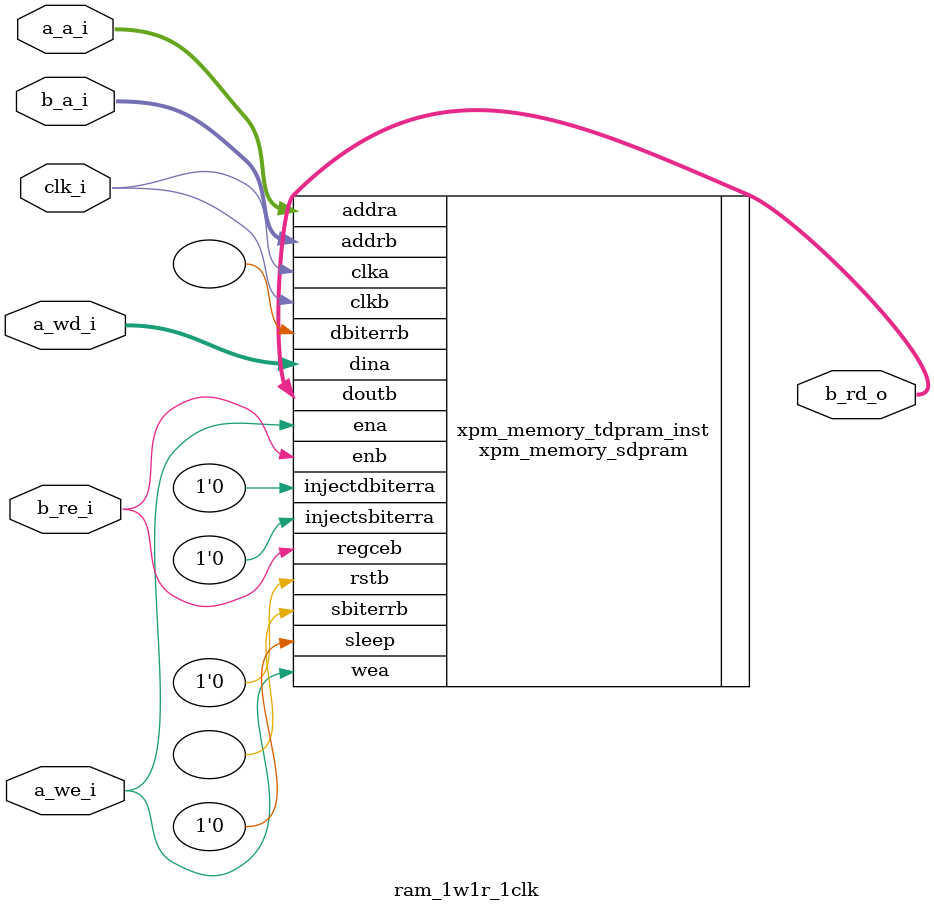
<source format=sv>

module ram_1w1r_1clk
  #(
    parameter ADDR_WIDTH  = 8,
    parameter WORDS       = (1<<ADDR_WIDTH),
    parameter DATA_WIDTH  = 32,
    parameter PIPE_STAGES = 2
    )
  (
   input                          clk_i,

   input logic [ADDR_WIDTH-1:0]   a_a_i,
   input logic [DATA_WIDTH-1:0]   a_wd_i,
   input logic                    a_we_i,
   
   input logic [ADDR_WIDTH-1:0]   b_a_i,
   input logic                    b_re_i,
   output logic [DATA_WIDTH-1: 0] b_rd_o
   );

`ifndef SYNTHESIS
  initial begin
    $display("BOM %m %d X %d",WORDS,DATA_WIDTH);
  end
`endif

// xpm_memory_sdpram: Simple Dual Port RAM
// Xilinx Parameterized Macro, version 2021.2
xpm_memory_sdpram #(
 .ADDR_WIDTH_A(ADDR_WIDTH), // DECIMAL
 .ADDR_WIDTH_B(ADDR_WIDTH), // DECIMAL
 .AUTO_SLEEP_TIME(0), // DECIMAL
 .BYTE_WRITE_WIDTH_A(DATA_WIDTH), // DECIMAL
 .CASCADE_HEIGHT(0), // DECIMAL
 .CLOCKING_MODE("common_clock"), // String
 .ECC_MODE("no_ecc"), // String
 .MEMORY_INIT_FILE("none"), // String
 .MEMORY_INIT_PARAM("0"), // String
 .MEMORY_OPTIMIZATION("true"), // String
 .MEMORY_PRIMITIVE("auto"), // String
 .MEMORY_SIZE(DATA_WIDTH<<ADDR_WIDTH), // DECIMAL
 .MESSAGE_CONTROL(0), // DECIMAL
 .READ_DATA_WIDTH_B(DATA_WIDTH), // DECIMAL
 .READ_LATENCY_B(PIPE_STAGES), // DECIMAL
 .READ_RESET_VALUE_B("0"), // String
 .RST_MODE_A("SYNC"), // String
 .RST_MODE_B("SYNC"), // String
 .SIM_ASSERT_CHK(0), // DECIMAL; 0=disable simulation messages, 1=enable simulation messages
 .USE_EMBEDDED_CONSTRAINT(0), // DECIMAL
 .USE_MEM_INIT(1), // DECIMAL
 .USE_MEM_INIT_MMI(0), // DECIMAL
 .WAKEUP_TIME("disable_sleep"), // String
 .WRITE_DATA_WIDTH_A(DATA_WIDTH), // DECIMAL
 .WRITE_MODE_B("no_change"), // String
 .WRITE_PROTECT(1) // DECIMAL
)
xpm_memory_tdpram_inst (
 .dbiterrb(), // 1-bit output: Status signal to indicate double bit error occurrence
 // on the data output of port A.
 .doutb(b_rd_o), // READ_DATA_WIDTH_B-bit output: Data output for port B read operations.
 .sbiterrb(), // 1-bit output: Status signal to indicate single bit error occurrence
 // on the data output of port B.
 .addra(a_a_i), // ADDR_WIDTH_A-bit input: Address for port A write and read operations.
 .addrb(b_a_i), // ADDR_WIDTH_B-bit input: Address for port B write and read operations.
 .clka(clk_i), // 1-bit input: Clock signal for port A. Also clocks port B when
 // parameter CLOCKING_MODE is "common_clock".
 .clkb(clk_i), // 1-bit input: Clock signal for port B when parameter CLOCKING_MODE is
 // "independent_clock". Unused when parameter CLOCKING_MODE is
 // "common_clock".
 .dina(a_wd_i), // WRITE_DATA_WIDTH_A-bit input: Data input for port A write operations.
 .ena(a_we_i), // 1-bit input: Memory enable signal for port A. Must be high on clock
 // cycles when read or write operations are initiated. Pipelined
 // internally.
 .enb(b_re_i), // 1-bit input: Memory enable signal for port B. Must be high on clock
 // cycles when read or write operations are initiated. Pipelined
 // internally.
 .injectdbiterra(1'b0), // 1-bit input: Controls double bit error injection on input data when
 // ECC enabled (Error injection capability is not available in
 // "decode_only" mode).
 .injectsbiterra(1'b0), // 1-bit input: Controls single bit error injection on input data when
 // ECC enabled (Error injection capability is not available in
 // "decode_only" mode).
 .regceb(b_re_i), // 1-bit input: Clock Enable for the last register stage on the output
 // data path.
 .rstb(1'b0), // 1-bit input: Reset signal for the final port B output register stage.
 // Synchronously resets output port doutb to the value specified by
 // parameter READ_RESET_VALUE_B.
 .sleep(1'b0), // 1-bit input: sleep signal to enable the dynamic power saving feature.
 .wea(a_we_i) // WRITE_DATA_WIDTH_A/BYTE_WRITE_WIDTH_A-bit input: Write enable vector
 // for port A input data port dina. 1 bit wide when word-wide writes are
 // used. In byte-wide write configurations, each bit controls the
 // writing one byte of dina to address addra. For example, to
 // synchronously write only bits [15-8] of dina when WRITE_DATA_WIDTH_A
 // is 32, wea would be 4'b0010.
);
// End of xpm_memory_tdpram_inst instantiation
endmodule

</source>
